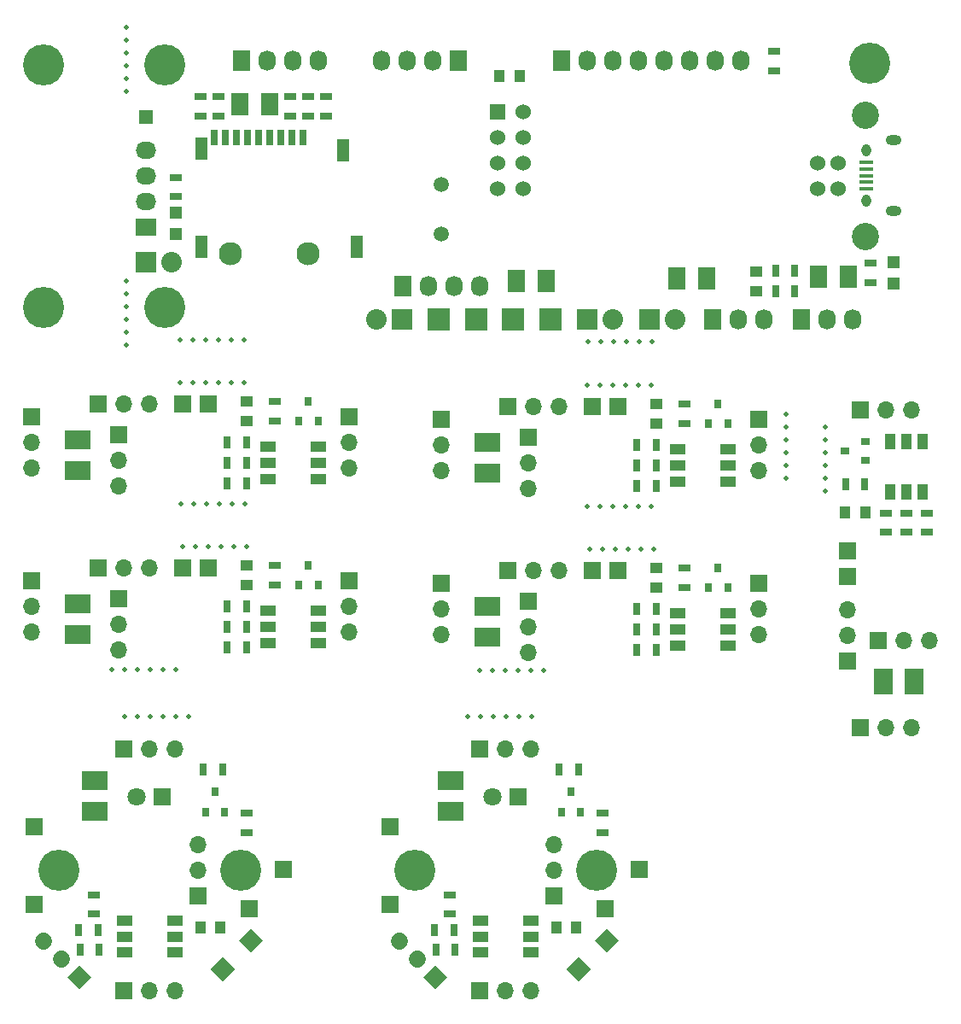
<source format=gts>
G04 #@! TF.FileFunction,Soldermask,Top*
%FSLAX46Y46*%
G04 Gerber Fmt 4.6, Leading zero omitted, Abs format (unit mm)*
G04 Created by KiCad (PCBNEW 4.0.5) date Wed Mar  8 12:44:23 2017*
%MOMM*%
%LPD*%
G01*
G04 APERTURE LIST*
%ADD10C,0.100000*%
%ADD11C,0.500000*%
%ADD12R,2.500000X1.950000*%
%ADD13R,1.000000X1.250000*%
%ADD14R,1.800000X1.800000*%
%ADD15C,1.800000*%
%ADD16R,1.700000X1.700000*%
%ADD17O,1.700000X1.700000*%
%ADD18C,1.700000*%
%ADD19R,0.800000X0.900000*%
%ADD20R,1.300000X0.700000*%
%ADD21R,0.700000X1.300000*%
%ADD22R,1.600000X1.000000*%
%ADD23C,4.064000*%
%ADD24R,1.250000X1.000000*%
%ADD25R,1.950000X2.500000*%
%ADD26R,0.900000X0.800000*%
%ADD27R,1.000000X1.600000*%
%ADD28R,1.524000X1.524000*%
%ADD29C,1.524000*%
%ADD30C,2.700020*%
%ADD31R,0.660400X1.574800*%
%ADD32R,1.168400X2.184400*%
%ADD33C,2.300000*%
%ADD34R,1.800000X2.230000*%
%ADD35R,1.198880X1.198880*%
%ADD36R,1.727200X2.032000*%
%ADD37O,1.727200X2.032000*%
%ADD38R,2.032000X2.032000*%
%ADD39O,2.032000X2.032000*%
%ADD40R,2.235200X2.235200*%
%ADD41R,2.032000X1.727200*%
%ADD42O,2.032000X1.727200*%
%ADD43C,1.501140*%
%ADD44R,1.350000X0.400000*%
%ADD45O,0.950000X1.250000*%
%ADD46O,1.550000X1.000000*%
%ADD47R,1.350000X1.350000*%
G04 APERTURE END LIST*
D10*
D11*
X104140000Y-61087000D03*
X104140000Y-62357000D03*
X104140000Y-59817000D03*
X104140000Y-64897000D03*
X104140000Y-66167000D03*
X104140000Y-63627000D03*
X100203000Y-63627000D03*
X100203000Y-64897000D03*
X100203000Y-62357000D03*
X100203000Y-59817000D03*
X100203000Y-61087000D03*
X100203000Y-58547000D03*
X85534500Y-67754500D03*
X84264500Y-67754500D03*
X86804500Y-67754500D03*
X81724500Y-67754500D03*
X80454500Y-67754500D03*
X82994500Y-67754500D03*
X81978500Y-71945500D03*
X80708500Y-71945500D03*
X83248500Y-71945500D03*
X85788500Y-71945500D03*
X84518500Y-71945500D03*
X87058500Y-71945500D03*
X71056500Y-84010500D03*
X69786500Y-84010500D03*
X72326500Y-84010500D03*
X74866500Y-84010500D03*
X73596500Y-84010500D03*
X76136500Y-84010500D03*
X39687500Y-88582500D03*
X38417500Y-88582500D03*
X40957500Y-88582500D03*
X35877500Y-88582500D03*
X34607500Y-88582500D03*
X37147500Y-88582500D03*
X38417500Y-83883500D03*
X37147500Y-83883500D03*
X39687500Y-83883500D03*
X34607500Y-83883500D03*
X33337500Y-83883500D03*
X35877500Y-83883500D03*
X69913500Y-88582500D03*
X68643500Y-88582500D03*
X71183500Y-88582500D03*
X73723500Y-88582500D03*
X72453500Y-88582500D03*
X74993500Y-88582500D03*
X45402500Y-71691500D03*
X44132500Y-71691500D03*
X46672500Y-71691500D03*
X41592500Y-71691500D03*
X40322500Y-71691500D03*
X42862500Y-71691500D03*
X85534500Y-55689500D03*
X84264500Y-55689500D03*
X86804500Y-55689500D03*
X81724500Y-55689500D03*
X80454500Y-55689500D03*
X82994500Y-55689500D03*
X41465500Y-67500500D03*
X40195500Y-67500500D03*
X42735500Y-67500500D03*
X45275500Y-67500500D03*
X44005500Y-67500500D03*
X46545500Y-67500500D03*
X85661500Y-51371500D03*
X84391500Y-51371500D03*
X86931500Y-51371500D03*
X81851500Y-51371500D03*
X80581500Y-51371500D03*
X83121500Y-51371500D03*
X41338500Y-51244500D03*
X40068500Y-51244500D03*
X42608500Y-51244500D03*
X45148500Y-51244500D03*
X43878500Y-51244500D03*
X46418500Y-51244500D03*
X45148500Y-55435500D03*
X43878500Y-55435500D03*
X46418500Y-55435500D03*
X41338500Y-55435500D03*
X40068500Y-55435500D03*
X42608500Y-55435500D03*
D12*
X66916300Y-97943400D03*
X66916300Y-94893400D03*
D13*
X79397100Y-109448600D03*
X77397100Y-109448600D03*
D14*
X73660000Y-96545400D03*
D15*
X71120000Y-96545400D03*
D16*
X69850000Y-91759000D03*
D17*
X72390000Y-91759000D03*
X74930000Y-91759000D03*
D16*
X69850000Y-115759000D03*
D17*
X72390000Y-115759000D03*
X74930000Y-115759000D03*
D10*
G36*
X65430400Y-113199518D02*
X66632482Y-114401600D01*
X65430400Y-115603682D01*
X64228318Y-114401600D01*
X65430400Y-113199518D01*
X65430400Y-113199518D01*
G37*
D18*
X63634349Y-112605549D02*
X63634349Y-112605549D01*
X61838298Y-110809498D02*
X61838298Y-110809498D01*
D16*
X60909200Y-99479100D03*
X60909200Y-107200700D03*
X82283300Y-107594400D03*
X85623400Y-103708200D03*
D10*
G36*
X82423000Y-111971482D02*
X81220918Y-110769400D01*
X82423000Y-109567318D01*
X83625082Y-110769400D01*
X82423000Y-111971482D01*
X82423000Y-111971482D01*
G37*
G36*
X79654400Y-114778182D02*
X78452318Y-113576100D01*
X79654400Y-112374018D01*
X80856482Y-113576100D01*
X79654400Y-114778182D01*
X79654400Y-114778182D01*
G37*
D19*
X77917000Y-97989900D03*
X79817000Y-97989900D03*
X78867000Y-95989900D03*
D20*
X66852800Y-108099900D03*
X66852800Y-106199900D03*
D21*
X67231300Y-109677200D03*
X65331300Y-109677200D03*
X67396400Y-111620300D03*
X65496400Y-111620300D03*
D20*
X81981040Y-98130320D03*
X81981040Y-100030320D03*
D21*
X77703640Y-93771720D03*
X79603640Y-93771720D03*
D16*
X77190600Y-106299000D03*
D17*
X77190600Y-103759000D03*
X77190600Y-101219000D03*
D22*
X69890000Y-108750300D03*
X69890000Y-110350300D03*
X69890000Y-111950300D03*
X74890000Y-108750300D03*
X74890000Y-110350300D03*
X74890000Y-111950300D03*
D23*
X81390000Y-103759000D03*
X63390000Y-103759000D03*
X28084000Y-103759000D03*
X46084000Y-103759000D03*
D22*
X34584000Y-108750300D03*
X34584000Y-110350300D03*
X34584000Y-111950300D03*
X39584000Y-108750300D03*
X39584000Y-110350300D03*
X39584000Y-111950300D03*
D16*
X41884600Y-106299000D03*
D17*
X41884600Y-103759000D03*
X41884600Y-101219000D03*
D21*
X42397640Y-93771720D03*
X44297640Y-93771720D03*
D20*
X46675040Y-98130320D03*
X46675040Y-100030320D03*
D21*
X32090400Y-111620300D03*
X30190400Y-111620300D03*
X31925300Y-109677200D03*
X30025300Y-109677200D03*
D20*
X31546800Y-108099900D03*
X31546800Y-106199900D03*
D19*
X42611000Y-97989900D03*
X44511000Y-97989900D03*
X43561000Y-95989900D03*
D10*
G36*
X44348400Y-114778182D02*
X43146318Y-113576100D01*
X44348400Y-112374018D01*
X45550482Y-113576100D01*
X44348400Y-114778182D01*
X44348400Y-114778182D01*
G37*
G36*
X47117000Y-111971482D02*
X45914918Y-110769400D01*
X47117000Y-109567318D01*
X48319082Y-110769400D01*
X47117000Y-111971482D01*
X47117000Y-111971482D01*
G37*
D16*
X50317400Y-103708200D03*
X46977300Y-107594400D03*
X25603200Y-107200700D03*
X25603200Y-99479100D03*
D10*
G36*
X30124400Y-113199518D02*
X31326482Y-114401600D01*
X30124400Y-115603682D01*
X28922318Y-114401600D01*
X30124400Y-113199518D01*
X30124400Y-113199518D01*
G37*
D18*
X28328349Y-112605549D02*
X28328349Y-112605549D01*
X26532298Y-110809498D02*
X26532298Y-110809498D01*
D16*
X34544000Y-115759000D03*
D17*
X37084000Y-115759000D03*
X39624000Y-115759000D03*
D16*
X34544000Y-91759000D03*
D17*
X37084000Y-91759000D03*
X39624000Y-91759000D03*
D14*
X38354000Y-96545400D03*
D15*
X35814000Y-96545400D03*
D13*
X44091100Y-109448600D03*
X42091100Y-109448600D03*
D12*
X31610300Y-97943400D03*
X31610300Y-94893400D03*
D21*
X46670000Y-81661000D03*
X44770000Y-81661000D03*
D12*
X29972000Y-80392000D03*
X29972000Y-77342000D03*
D24*
X46736000Y-75549000D03*
X46736000Y-73549000D03*
D16*
X25400000Y-75057000D03*
D17*
X25400000Y-77597000D03*
X25400000Y-80137000D03*
D16*
X56896000Y-75057000D03*
D17*
X56896000Y-77597000D03*
X56896000Y-80137000D03*
D16*
X32004000Y-73787000D03*
D17*
X34544000Y-73787000D03*
X37084000Y-73787000D03*
D16*
X40386000Y-73787000D03*
X42926000Y-73787000D03*
D19*
X51882000Y-75549000D03*
X53782000Y-75549000D03*
X52832000Y-73549000D03*
D21*
X46670000Y-77597000D03*
X44770000Y-77597000D03*
X46670000Y-79629000D03*
X44770000Y-79629000D03*
D16*
X34036000Y-76835000D03*
D17*
X34036000Y-79375000D03*
X34036000Y-81915000D03*
D22*
X48808000Y-78029000D03*
X48808000Y-79629000D03*
X48808000Y-81229000D03*
X53808000Y-78029000D03*
X53808000Y-79629000D03*
X53808000Y-81229000D03*
D20*
X49530000Y-75499000D03*
X49530000Y-73599000D03*
X90170000Y-75753000D03*
X90170000Y-73853000D03*
D22*
X89448000Y-78283000D03*
X89448000Y-79883000D03*
X89448000Y-81483000D03*
X94448000Y-78283000D03*
X94448000Y-79883000D03*
X94448000Y-81483000D03*
D16*
X74676000Y-77089000D03*
D17*
X74676000Y-79629000D03*
X74676000Y-82169000D03*
D21*
X87310000Y-79883000D03*
X85410000Y-79883000D03*
X87310000Y-77851000D03*
X85410000Y-77851000D03*
D19*
X92522000Y-75803000D03*
X94422000Y-75803000D03*
X93472000Y-73803000D03*
D16*
X83566000Y-74041000D03*
X81026000Y-74041000D03*
X72644000Y-74041000D03*
D17*
X75184000Y-74041000D03*
X77724000Y-74041000D03*
D16*
X97536000Y-75311000D03*
D17*
X97536000Y-77851000D03*
X97536000Y-80391000D03*
D16*
X66040000Y-75311000D03*
D17*
X66040000Y-77851000D03*
X66040000Y-80391000D03*
D24*
X87376000Y-75803000D03*
X87376000Y-73803000D03*
D12*
X70612000Y-80646000D03*
X70612000Y-77596000D03*
D21*
X87310000Y-81915000D03*
X85410000Y-81915000D03*
D20*
X114173000Y-68392000D03*
X114173000Y-70292000D03*
D25*
X112904000Y-85090000D03*
X109854000Y-85090000D03*
D13*
X108061000Y-68326000D03*
X106061000Y-68326000D03*
D16*
X107569000Y-89662000D03*
D17*
X110109000Y-89662000D03*
X112649000Y-89662000D03*
D16*
X107569000Y-58166000D03*
D17*
X110109000Y-58166000D03*
X112649000Y-58166000D03*
D16*
X106299000Y-83058000D03*
D17*
X106299000Y-80518000D03*
X106299000Y-77978000D03*
D16*
X106299000Y-74676000D03*
X106299000Y-72136000D03*
D26*
X108061000Y-63180000D03*
X108061000Y-61280000D03*
X106061000Y-62230000D03*
D20*
X110109000Y-68392000D03*
X110109000Y-70292000D03*
X112141000Y-68392000D03*
X112141000Y-70292000D03*
D16*
X109347000Y-81026000D03*
D17*
X111887000Y-81026000D03*
X114427000Y-81026000D03*
D27*
X110541000Y-66254000D03*
X112141000Y-66254000D03*
X113741000Y-66254000D03*
X110541000Y-61254000D03*
X112141000Y-61254000D03*
X113741000Y-61254000D03*
D21*
X108011000Y-65532000D03*
X106111000Y-65532000D03*
D20*
X90170000Y-59497000D03*
X90170000Y-57597000D03*
D22*
X89448000Y-62027000D03*
X89448000Y-63627000D03*
X89448000Y-65227000D03*
X94448000Y-62027000D03*
X94448000Y-63627000D03*
X94448000Y-65227000D03*
D16*
X74676000Y-60833000D03*
D17*
X74676000Y-63373000D03*
X74676000Y-65913000D03*
D21*
X87310000Y-63627000D03*
X85410000Y-63627000D03*
X87310000Y-61595000D03*
X85410000Y-61595000D03*
D19*
X92522000Y-59547000D03*
X94422000Y-59547000D03*
X93472000Y-57547000D03*
D16*
X83566000Y-57785000D03*
X81026000Y-57785000D03*
X72644000Y-57785000D03*
D17*
X75184000Y-57785000D03*
X77724000Y-57785000D03*
D16*
X97536000Y-59055000D03*
D17*
X97536000Y-61595000D03*
X97536000Y-64135000D03*
D16*
X66040000Y-59055000D03*
D17*
X66040000Y-61595000D03*
X66040000Y-64135000D03*
D24*
X87376000Y-59547000D03*
X87376000Y-57547000D03*
D12*
X70612000Y-64390000D03*
X70612000Y-61340000D03*
D21*
X87310000Y-65659000D03*
X85410000Y-65659000D03*
D28*
X71628000Y-28575000D03*
D29*
X74168000Y-28575000D03*
X71628000Y-31115000D03*
X74168000Y-31115000D03*
X71628000Y-33655000D03*
X74168000Y-33655000D03*
X71628000Y-36195000D03*
X74168000Y-36195000D03*
X103378000Y-36195000D03*
X103378000Y-33655000D03*
X105376980Y-33655000D03*
X105376980Y-36195000D03*
D30*
X108077000Y-40924480D03*
X108077000Y-28925520D03*
D31*
X52273200Y-31115000D03*
X51181000Y-31115000D03*
X50088800Y-31115000D03*
X48971200Y-31115000D03*
X47879000Y-31115000D03*
X46786800Y-31115000D03*
X45669200Y-31115000D03*
X44577000Y-31115000D03*
X43484800Y-31115000D03*
D32*
X42238000Y-42015000D03*
X57588000Y-42015000D03*
X42238000Y-32215000D03*
X56238000Y-32385000D03*
D33*
X45123100Y-42615000D03*
X52819300Y-42615000D03*
D34*
X46038000Y-27813000D03*
X48958000Y-27813000D03*
D13*
X73771000Y-25082500D03*
X71771000Y-25082500D03*
D24*
X97218500Y-44402500D03*
X97218500Y-46402500D03*
D34*
X106362000Y-44958000D03*
X103442000Y-44958000D03*
X89408500Y-45148500D03*
X92328500Y-45148500D03*
X76390000Y-45402500D03*
X73470000Y-45402500D03*
D35*
X110871000Y-43527980D03*
X110871000Y-45626020D03*
X39687500Y-38574980D03*
X39687500Y-40673020D03*
D36*
X67691000Y-23495000D03*
D37*
X65151000Y-23495000D03*
X62611000Y-23495000D03*
X60071000Y-23495000D03*
D36*
X101727000Y-49149000D03*
D37*
X104267000Y-49149000D03*
X106807000Y-49149000D03*
D36*
X62230000Y-45847000D03*
D37*
X64770000Y-45847000D03*
X67310000Y-45847000D03*
X69850000Y-45847000D03*
D38*
X36703000Y-43497500D03*
D39*
X39243000Y-43497500D03*
D40*
X65786000Y-49149000D03*
X69469000Y-49149000D03*
D36*
X77978000Y-23495000D03*
D37*
X80518000Y-23495000D03*
X83058000Y-23495000D03*
X85598000Y-23495000D03*
X88138000Y-23495000D03*
X90678000Y-23495000D03*
X93218000Y-23495000D03*
X95758000Y-23495000D03*
D38*
X80454500Y-49149000D03*
D39*
X82994500Y-49149000D03*
D38*
X86677500Y-49149000D03*
D39*
X89217500Y-49149000D03*
D41*
X36703000Y-40005000D03*
D42*
X36703000Y-37465000D03*
X36703000Y-34925000D03*
X36703000Y-32385000D03*
D36*
X46228000Y-23495000D03*
D37*
X48768000Y-23495000D03*
X51308000Y-23495000D03*
X53848000Y-23495000D03*
D40*
X76835000Y-49149000D03*
X73152000Y-49149000D03*
D38*
X62103000Y-49149000D03*
D39*
X59563000Y-49149000D03*
D20*
X42164000Y-27117000D03*
X42164000Y-29017000D03*
X43942000Y-27117000D03*
X43942000Y-29017000D03*
X51054000Y-27117000D03*
X51054000Y-29017000D03*
X52832000Y-27117000D03*
X52832000Y-29017000D03*
X54610000Y-27117000D03*
X54610000Y-29017000D03*
D21*
X99189500Y-46418500D03*
X101089500Y-46418500D03*
X101089500Y-44323000D03*
X99189500Y-44323000D03*
D20*
X99060000Y-24508500D03*
X99060000Y-22608500D03*
X108585000Y-43627000D03*
X108585000Y-45527000D03*
X39687500Y-35118000D03*
X39687500Y-37018000D03*
D43*
X66040000Y-40667940D03*
X66040000Y-35786060D03*
D44*
X108165460Y-36225900D03*
X108165460Y-35575900D03*
X108165460Y-34925900D03*
X108165460Y-34275900D03*
X108165460Y-33625900D03*
D45*
X108165460Y-37425900D03*
X108165460Y-32425900D03*
D46*
X110865460Y-38425900D03*
X110865460Y-31425900D03*
D36*
X92964000Y-49149000D03*
D37*
X95504000Y-49149000D03*
X98044000Y-49149000D03*
D23*
X108528000Y-23749000D03*
X38533000Y-23955000D03*
X38533000Y-47955000D03*
D47*
X36728400Y-29133800D03*
D23*
X26533000Y-23955000D03*
X26533000Y-47955000D03*
D11*
X34798000Y-21463000D03*
X34798000Y-20193000D03*
X34798000Y-22733000D03*
X34798000Y-25273000D03*
X34798000Y-24003000D03*
X34798000Y-26543000D03*
X34798000Y-46609000D03*
X34798000Y-45339000D03*
X34798000Y-47879000D03*
X34798000Y-50419000D03*
X34798000Y-49149000D03*
X34798000Y-51689000D03*
D21*
X46670000Y-65405000D03*
X44770000Y-65405000D03*
D12*
X29972000Y-64136000D03*
X29972000Y-61086000D03*
D24*
X46736000Y-59293000D03*
X46736000Y-57293000D03*
D16*
X25400000Y-58801000D03*
D17*
X25400000Y-61341000D03*
X25400000Y-63881000D03*
D16*
X56896000Y-58801000D03*
D17*
X56896000Y-61341000D03*
X56896000Y-63881000D03*
D16*
X32004000Y-57531000D03*
D17*
X34544000Y-57531000D03*
X37084000Y-57531000D03*
D16*
X40386000Y-57531000D03*
X42926000Y-57531000D03*
D19*
X51882000Y-59293000D03*
X53782000Y-59293000D03*
X52832000Y-57293000D03*
D21*
X46670000Y-61341000D03*
X44770000Y-61341000D03*
X46670000Y-63373000D03*
X44770000Y-63373000D03*
D16*
X34036000Y-60579000D03*
D17*
X34036000Y-63119000D03*
X34036000Y-65659000D03*
D22*
X48808000Y-61773000D03*
X48808000Y-63373000D03*
X48808000Y-64973000D03*
X53808000Y-61773000D03*
X53808000Y-63373000D03*
X53808000Y-64973000D03*
D20*
X49530000Y-59243000D03*
X49530000Y-57343000D03*
M02*

</source>
